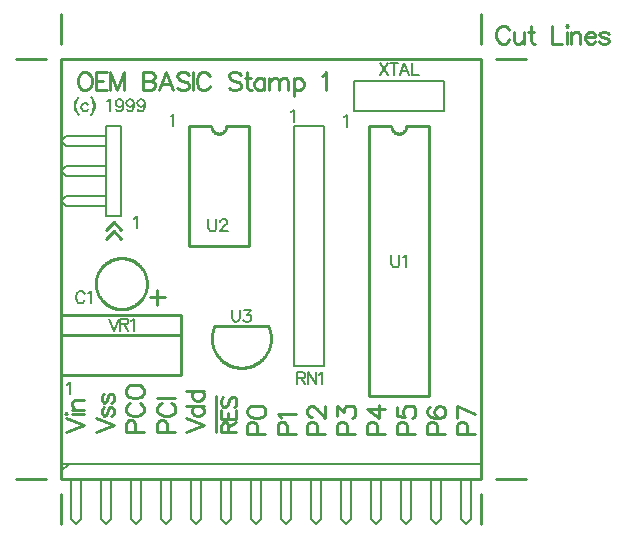
<source format=gto>
*%FSLAX24Y24*%
*%MOIN*%
G01*
%ADD11C,0.0020*%
%ADD12C,0.0060*%
%ADD13C,0.0073*%
%ADD14C,0.0080*%
%ADD15C,0.0090*%
%ADD16C,0.0100*%
%ADD17C,0.0120*%
%ADD18C,0.0200*%
%ADD19C,0.0260*%
%ADD20C,0.0380*%
%ADD21C,0.0450*%
%ADD22C,0.0500*%
%ADD23C,0.0530*%
%ADD24C,0.0550*%
%ADD25C,0.0580*%
%ADD26C,0.0660*%
%ADD27C,0.0700*%
%ADD28C,0.0750*%
%ADD29C,0.0780*%
%ADD30C,0.0830*%
%ADD31C,0.0950*%
%ADD32R,0.0700X0.0700*%
%ADD33R,0.0780X0.0780*%
G54D12*
X94170Y81704D02*
X94208Y81723D01*
X94265Y81780D01*
Y81380D01*
X91968Y76193D02*
X91930Y76174D01*
X91968Y76193D02*
X92025Y76250D01*
Y75850D01*
X99400Y85264D02*
X99438Y85283D01*
X99495Y85340D01*
Y84940D01*
X101180Y85094D02*
X101218Y85113D01*
X101275Y85170D01*
Y84770D01*
X95428Y85133D02*
X95390Y85114D01*
X95428Y85133D02*
X95485Y85190D01*
Y84790D01*
X92333Y85766D02*
X92295Y85728D01*
X92257Y85671D01*
X92219Y85595D01*
X92200Y85499D01*
Y85423D01*
X92219Y85328D01*
X92257Y85252D01*
X92295Y85195D01*
X92333Y85157D01*
X92257Y85652D02*
X92295Y85728D01*
X92257Y85652D02*
X92238Y85595D01*
X92219Y85499D01*
Y85423D01*
X92238Y85328D01*
X92257Y85271D01*
X92295Y85195D01*
X92638Y85499D02*
X92600Y85538D01*
X92562Y85557D01*
X92505D01*
X92467Y85538D01*
X92429Y85499D01*
X92409Y85442D01*
Y85404D01*
X92429Y85347D01*
X92467Y85309D01*
X92505Y85290D01*
X92562D01*
X92600Y85309D01*
X92638Y85347D01*
X92762Y85728D02*
X92724Y85766D01*
X92762Y85728D02*
X92800Y85671D01*
X92838Y85595D01*
X92857Y85499D01*
Y85423D01*
X92838Y85328D01*
X92800Y85252D01*
X92762Y85195D01*
X92724Y85157D01*
X92800Y85652D02*
X92762Y85728D01*
X92800Y85652D02*
X92819Y85595D01*
X92838Y85499D01*
Y85423D01*
X92819Y85328D01*
X92800Y85271D01*
X92762Y85195D01*
X93268Y85614D02*
X93306Y85633D01*
X93364Y85690D01*
Y85290D01*
X93790Y85499D02*
X93809Y85557D01*
X93790Y85499D02*
X93752Y85461D01*
X93695Y85442D01*
X93676D01*
X93619Y85461D01*
X93581Y85499D01*
X93562Y85557D01*
Y85576D01*
X93581Y85633D01*
X93619Y85671D01*
X93676Y85690D01*
X93695D01*
X93752Y85671D01*
X93790Y85633D01*
X93809Y85557D01*
Y85461D01*
X93790Y85366D01*
X93752Y85309D01*
X93695Y85290D01*
X93657D01*
X93600Y85309D01*
X93581Y85347D01*
X94146Y85499D02*
X94165Y85557D01*
X94146Y85499D02*
X94108Y85461D01*
X94051Y85442D01*
X94032D01*
X93975Y85461D01*
X93937Y85499D01*
X93918Y85557D01*
Y85576D01*
X93937Y85633D01*
X93975Y85671D01*
X94032Y85690D01*
X94051D01*
X94108Y85671D01*
X94146Y85633D01*
X94165Y85557D01*
Y85461D01*
X94146Y85366D01*
X94108Y85309D01*
X94051Y85290D01*
X94013D01*
X93956Y85309D01*
X93937Y85347D01*
X94502Y85499D02*
X94521Y85557D01*
X94502Y85499D02*
X94464Y85461D01*
X94407Y85442D01*
X94388D01*
X94331Y85461D01*
X94293Y85499D01*
X94274Y85557D01*
Y85576D01*
X94293Y85633D01*
X94331Y85671D01*
X94388Y85690D01*
X94407D01*
X94464Y85671D01*
X94502Y85633D01*
X94521Y85557D01*
Y85461D01*
X94502Y85366D01*
X94464Y85309D01*
X94407Y85290D01*
X94369D01*
X94312Y85309D01*
X94293Y85347D01*
G54D14*
X101500Y85290D02*
Y86290D01*
X104500D01*
Y85290D02*
X101500D01*
X104500D02*
Y86290D01*
X100500Y76790D02*
X99500D01*
Y84790D01*
X100500D01*
Y76790D01*
X93250Y82123D02*
X91917D01*
X91750Y82290D01*
X91917Y82457D01*
X93250D01*
Y83123D02*
X91917D01*
X91750Y83290D01*
X91917Y83457D01*
X93250D01*
Y84123D02*
X91917D01*
X91750Y84290D01*
X91917Y84457D01*
X93250D01*
X93750Y84790D02*
Y81790D01*
Y84790D02*
X93250D01*
Y81790D02*
X93750D01*
X93250D02*
Y84790D01*
X91750Y73540D02*
Y73040D01*
X105750D01*
Y73540D01*
X92083Y73040D02*
Y71707D01*
X92250Y71540D01*
X92417Y71707D01*
Y73040D01*
X93083D02*
Y71707D01*
X93250Y71540D01*
X93417Y71707D01*
Y73040D01*
X94083D02*
Y71707D01*
X94250Y71540D01*
X94417Y71707D01*
Y73040D01*
X95083D02*
Y71707D01*
X95250Y71540D01*
X95417Y71707D01*
Y73040D01*
X96083D02*
Y71707D01*
X96250Y71540D01*
X96417Y71707D01*
Y73040D01*
X97083D02*
Y71707D01*
X97250Y71540D01*
X97417Y71707D01*
Y73040D01*
X98083D02*
Y71707D01*
X98250Y71540D01*
X98417Y71707D01*
Y73040D01*
X99083D02*
Y71707D01*
X99250Y71540D01*
X99417Y71707D01*
Y73040D01*
X100083D02*
Y71707D01*
X100250Y71540D01*
X100417Y71707D01*
Y73040D01*
X101083D02*
Y71707D01*
X101250Y71540D01*
X101417Y71707D01*
Y73040D01*
X102083D02*
Y71707D01*
X102250Y71540D01*
X102417Y71707D01*
Y73040D01*
X103083D02*
Y71707D01*
X103250Y71540D01*
X103417Y71707D01*
Y73040D01*
X104083D02*
Y71707D01*
X104250Y71540D01*
X104417Y71707D01*
Y73040D01*
X105083D02*
Y71707D01*
X105250Y71540D01*
X105417Y71707D01*
Y73040D01*
X92500Y73540D02*
X91750D01*
Y73290D02*
X92000Y73540D01*
X92500D02*
X105750D01*
X93502Y77970D02*
X93350Y78370D01*
X93655D02*
X93502Y77970D01*
X93706D02*
Y78370D01*
X93878D01*
X93935Y78351D01*
X93954Y78332D01*
X93973Y78294D01*
Y78255D01*
X93954Y78217D01*
X93935Y78198D01*
X93878Y78179D01*
X93706D01*
X93839D02*
X93973Y77970D01*
X94062Y78294D02*
X94100Y78313D01*
X94157Y78370D01*
Y77970D01*
X96650Y81404D02*
Y81690D01*
Y81404D02*
X96669Y81347D01*
X96707Y81309D01*
X96764Y81290D01*
X96802D01*
X96859Y81309D01*
X96898Y81347D01*
X96917Y81404D01*
Y81690D01*
X97046Y81614D02*
Y81595D01*
Y81614D02*
X97065Y81652D01*
X97084Y81671D01*
X97122Y81690D01*
X97198D01*
X97237Y81671D01*
X97256Y81652D01*
X97275Y81614D01*
Y81575D01*
X97256Y81537D01*
X97218Y81480D01*
X97027Y81290D01*
X97294D01*
X102627Y86480D02*
X102360Y86880D01*
X102627D02*
X102360Y86480D01*
X102849D02*
Y86880D01*
X102716D02*
X102983D01*
X103183D02*
X103335Y86480D01*
X103030D02*
X103183Y86880D01*
X103087Y86613D02*
X103278D01*
X103428Y86480D02*
Y86880D01*
Y86480D02*
X103657D01*
X97435Y78665D02*
Y78379D01*
X97454Y78322D01*
X97492Y78284D01*
X97549Y78265D01*
X97587D01*
X97645Y78284D01*
X97683Y78322D01*
X97702Y78379D01*
Y78665D01*
X97850D02*
X98060D01*
X97945Y78512D01*
X98003D01*
X98041Y78493D01*
X98060Y78474D01*
X98079Y78417D01*
Y78379D01*
X98060Y78322D01*
X98022Y78284D01*
X97965Y78265D01*
X97907D01*
X97850Y78284D01*
X97831Y78303D01*
X97812Y78341D01*
X99610Y76580D02*
Y76180D01*
Y76580D02*
X99781D01*
X99839Y76561D01*
X99858Y76542D01*
X99877Y76504D01*
Y76465D01*
X99858Y76427D01*
X99839Y76408D01*
X99781Y76389D01*
X99610D01*
X99743D02*
X99877Y76180D01*
X99966D02*
Y76580D01*
X100233Y76180D01*
Y76580D01*
X100343Y76504D02*
X100381Y76523D01*
X100438Y76580D01*
Y76180D01*
X92526Y79195D02*
X92507Y79233D01*
X92469Y79271D01*
X92430Y79290D01*
X92354D01*
X92316Y79271D01*
X92278Y79233D01*
X92259Y79195D01*
X92240Y79137D01*
Y79042D01*
X92259Y78985D01*
X92278Y78947D01*
X92316Y78909D01*
X92354Y78890D01*
X92430D01*
X92469Y78909D01*
X92507Y78947D01*
X92526Y78985D01*
X92638Y79214D02*
X92676Y79233D01*
X92733Y79290D01*
Y78890D01*
X102750Y80204D02*
Y80490D01*
Y80204D02*
X102769Y80147D01*
X102807Y80109D01*
X102864Y80090D01*
X102902D01*
X102959Y80109D01*
X102998Y80147D01*
X103017Y80204D01*
Y80490D01*
X103127Y80414D02*
X103165Y80433D01*
X103222Y80490D01*
Y80090D01*
G54D15*
X97580Y74590D02*
X97080D01*
Y74804D01*
X97104Y74876D01*
X97128Y74899D01*
X97175Y74923D01*
X97223D01*
X97271Y74899D01*
X97294Y74876D01*
X97318Y74804D01*
Y74590D01*
Y74757D02*
X97580Y74923D01*
X97080Y75035D02*
Y75345D01*
Y75035D02*
X97580D01*
Y75345D01*
X97318Y75226D02*
Y75035D01*
X97104Y75714D02*
X97152Y75761D01*
X97104Y75714D02*
X97080Y75642D01*
Y75547D01*
X97104Y75476D01*
X97152Y75428D01*
X97199D01*
X97247Y75452D01*
X97271Y75476D01*
X97294Y75523D01*
X97342Y75666D01*
X97366Y75714D01*
X97390Y75737D01*
X97437Y75761D01*
X97509D01*
X97556Y75714D01*
X97580Y75642D01*
Y75547D01*
X97556Y75476D01*
X97509Y75428D01*
G54D16*
X96900Y75780D02*
Y74580D01*
X96000Y80790D02*
Y84790D01*
Y80790D02*
X98000D01*
Y84790D01*
X97250D01*
X96750D02*
X96000D01*
X95750Y78490D02*
Y76490D01*
X91750D01*
Y77840D02*
X95750D01*
X91750Y78490D02*
Y76490D01*
Y78490D02*
X95750D01*
X96850Y78120D02*
X98650D01*
X105750Y87540D02*
Y88540D01*
X106250Y87040D02*
X107250D01*
X95200Y79090D02*
X94700D01*
X94950Y78840D02*
Y79340D01*
X106250Y73040D02*
X107250D01*
X105750Y72540D02*
Y71540D01*
X91250Y73040D02*
X90250D01*
X91750Y72540D02*
Y71540D01*
Y87540D02*
Y88540D01*
X91250Y87040D02*
X90250D01*
X91750D02*
Y73040D01*
Y87040D02*
X105750D01*
Y73040D01*
X91750D01*
X93250Y81340D02*
X93500Y81590D01*
X93750Y81340D01*
X93500Y81290D02*
X93250Y81040D01*
X93500Y81290D02*
X93750Y81040D01*
X102000Y84790D02*
Y75790D01*
X104000D01*
Y84790D01*
X103250D01*
X102750D02*
X102000D01*
X105264Y74797D02*
Y74540D01*
Y74797D02*
X105236Y74883D01*
X105207Y74911D01*
X105150Y74940D01*
X105064D01*
X105007Y74911D01*
X104979Y74883D01*
X104950Y74797D01*
Y74540D01*
X105550D01*
Y75188D02*
X104950Y75474D01*
Y75074D01*
X98264Y74797D02*
Y74540D01*
Y74797D02*
X98236Y74883D01*
X98207Y74911D01*
X98150Y74940D01*
X98064D01*
X98007Y74911D01*
X97979Y74883D01*
X97950Y74797D01*
Y74540D01*
X98550D01*
X97979Y75160D02*
X97950Y75246D01*
X97979Y75160D02*
X98064Y75103D01*
X98207Y75074D01*
X98293D01*
X98436Y75103D01*
X98521Y75160D01*
X98550Y75246D01*
Y75303D01*
X98521Y75388D01*
X98436Y75446D01*
X98293Y75474D01*
X98207D01*
X98064Y75446D01*
X97979Y75388D01*
X97950Y75303D01*
Y75246D01*
X106678Y87997D02*
X106650Y88054D01*
X106593Y88111D01*
X106536Y88140D01*
X106421D01*
X106364Y88111D01*
X106307Y88054D01*
X106279Y87997D01*
X106250Y87911D01*
Y87769D01*
X106279Y87683D01*
X106307Y87626D01*
X106364Y87569D01*
X106421Y87540D01*
X106536D01*
X106593Y87569D01*
X106650Y87626D01*
X106678Y87683D01*
X106847Y87654D02*
Y87940D01*
Y87654D02*
X106876Y87569D01*
X106933Y87540D01*
X107018D01*
X107076Y87569D01*
X107161Y87654D01*
Y87540D02*
Y87940D01*
X107404Y88140D02*
Y87654D01*
X107433Y87569D01*
X107490Y87540D01*
X107547D01*
X107518Y87940D02*
X107318D01*
X108104Y88140D02*
Y87540D01*
X108447D01*
X108598Y88111D02*
X108570Y88140D01*
X108598Y88111D02*
X108627Y88140D01*
X108598Y88168D01*
X108570Y88140D01*
X108598Y87940D02*
Y87540D01*
X108732D02*
Y87940D01*
X108818Y87911D02*
X108732Y87826D01*
X108818Y87911D02*
X108875Y87940D01*
X108961D01*
X109018Y87911D01*
X109047Y87826D01*
Y87540D01*
X109204Y87769D02*
X109546D01*
Y87826D01*
X109518Y87883D01*
X109489Y87911D01*
X109432Y87940D01*
X109346D01*
X109289Y87911D01*
X109232Y87854D01*
X109204Y87769D01*
Y87711D01*
X109232Y87626D01*
X109289Y87569D01*
X109346Y87540D01*
X109432D01*
X109489Y87569D01*
X109546Y87626D01*
X109989Y87854D02*
X109961Y87911D01*
X109875Y87940D01*
X109789D01*
X109704Y87911D01*
X109675Y87854D01*
X109704Y87797D01*
X109761Y87769D01*
X109904Y87740D01*
X109961Y87711D01*
X109989Y87654D01*
Y87626D01*
X109961Y87569D01*
X109875Y87540D01*
X109789D01*
X109704Y87569D01*
X109675Y87626D01*
X95264Y74847D02*
Y74590D01*
Y74847D02*
X95236Y74933D01*
X95207Y74961D01*
X95150Y74990D01*
X95064D01*
X95007Y74961D01*
X94979Y74933D01*
X94950Y74847D01*
Y74590D01*
X95550D01*
X95093Y75553D02*
X95036Y75524D01*
X94979Y75467D01*
X94950Y75410D01*
Y75296D01*
X94979Y75238D01*
X95036Y75181D01*
X95093Y75153D01*
X95179Y75124D01*
X95321D01*
X95407Y75153D01*
X95464Y75181D01*
X95521Y75238D01*
X95550Y75296D01*
Y75410D01*
X95521Y75467D01*
X95464Y75524D01*
X95407Y75553D01*
X95550Y75721D02*
X94950D01*
X94214Y74847D02*
Y74590D01*
Y74847D02*
X94186Y74933D01*
X94157Y74961D01*
X94100Y74990D01*
X94014D01*
X93957Y74961D01*
X93929Y74933D01*
X93900Y74847D01*
Y74590D01*
X94500D01*
X94043Y75553D02*
X93986Y75524D01*
X93929Y75467D01*
X93900Y75410D01*
Y75296D01*
X93929Y75238D01*
X93986Y75181D01*
X94043Y75153D01*
X94129Y75124D01*
X94271D01*
X94357Y75153D01*
X94414Y75181D01*
X94471Y75238D01*
X94500Y75296D01*
Y75410D01*
X94471Y75467D01*
X94414Y75524D01*
X94357Y75553D01*
X93929Y75835D02*
X93900Y75893D01*
X93929Y75835D02*
X93986Y75778D01*
X94043Y75750D01*
X94129Y75721D01*
X94271D01*
X94357Y75750D01*
X94414Y75778D01*
X94471Y75835D01*
X94500Y75893D01*
Y76007D01*
X94471Y76064D01*
X94414Y76121D01*
X94357Y76150D01*
X94271Y76178D01*
X94129D01*
X94043Y76150D01*
X93986Y76121D01*
X93929Y76064D01*
X93900Y76007D01*
Y75893D01*
X93500Y74819D02*
X92900Y74590D01*
Y75047D02*
X93500Y74819D01*
X93186Y75438D02*
X93129Y75410D01*
X93100Y75324D01*
Y75238D01*
X93129Y75153D01*
X93186Y75124D01*
X93243Y75153D01*
X93271Y75210D01*
X93300Y75353D01*
X93329Y75410D01*
X93386Y75438D01*
X93414D01*
X93471Y75410D01*
X93500Y75324D01*
Y75238D01*
X93471Y75153D01*
X93414Y75124D01*
X93129Y75850D02*
X93186Y75878D01*
X93129Y75850D02*
X93100Y75764D01*
Y75678D01*
X93129Y75593D01*
X93186Y75564D01*
X93243Y75593D01*
X93271Y75650D01*
X93300Y75793D01*
X93329Y75850D01*
X93386Y75878D01*
X93414D01*
X93471Y75850D01*
X93500Y75764D01*
Y75678D01*
X93471Y75593D01*
X93414Y75564D01*
X92500Y74819D02*
X91900Y74590D01*
Y75047D02*
X92500Y74819D01*
X91929Y75210D02*
X91900Y75181D01*
X91929Y75210D02*
X91900Y75238D01*
X91872Y75210D01*
X91900Y75181D01*
X92100Y75210D02*
X92500D01*
Y75344D02*
X92100D01*
X92129Y75430D02*
X92214Y75344D01*
X92129Y75430D02*
X92100Y75487D01*
Y75573D01*
X92129Y75630D01*
X92214Y75658D01*
X92500D01*
X99273Y74788D02*
Y74531D01*
Y74788D02*
X99245Y74874D01*
X99216Y74903D01*
X99159Y74931D01*
X99073D01*
X99016Y74903D01*
X98987Y74874D01*
X98959Y74788D01*
Y74531D01*
X99559D01*
X99073Y75065D02*
X99045Y75123D01*
X98959Y75208D01*
X99559D01*
X100264Y74797D02*
Y74540D01*
Y74797D02*
X100236Y74883D01*
X100207Y74911D01*
X100150Y74940D01*
X100064D01*
X100007Y74911D01*
X99979Y74883D01*
X99950Y74797D01*
Y74540D01*
X100550D01*
X100093Y75103D02*
X100064D01*
X100007Y75131D01*
X99979Y75160D01*
X99950Y75217D01*
Y75331D01*
X99979Y75388D01*
X100007Y75417D01*
X100064Y75446D01*
X100122D01*
X100179Y75417D01*
X100264Y75360D01*
X100550Y75074D01*
Y75474D01*
X101264Y74797D02*
Y74540D01*
Y74797D02*
X101236Y74883D01*
X101207Y74911D01*
X101150Y74940D01*
X101064D01*
X101007Y74911D01*
X100979Y74883D01*
X100950Y74797D01*
Y74540D01*
X101550D01*
X100950Y75131D02*
Y75446D01*
X101179Y75274D01*
Y75360D01*
X101207Y75417D01*
X101236Y75446D01*
X101321Y75474D01*
X101379D01*
X101464Y75446D01*
X101521Y75388D01*
X101550Y75303D01*
Y75217D01*
X101521Y75131D01*
X101493Y75103D01*
X101436Y75074D01*
X102264Y74797D02*
Y74540D01*
Y74797D02*
X102236Y74883D01*
X102207Y74911D01*
X102150Y74940D01*
X102064D01*
X102007Y74911D01*
X101979Y74883D01*
X101950Y74797D01*
Y74540D01*
X102550D01*
X102350Y75074D02*
X101950Y75360D01*
X102350Y75503D02*
Y75074D01*
X102550Y75360D02*
X101950D01*
X103264Y74797D02*
Y74540D01*
Y74797D02*
X103236Y74883D01*
X103207Y74911D01*
X103150Y74940D01*
X103064D01*
X103007Y74911D01*
X102979Y74883D01*
X102950Y74797D01*
Y74540D01*
X103550D01*
X102950Y75131D02*
Y75417D01*
Y75131D02*
X103207Y75103D01*
X103179Y75131D01*
X103150Y75217D01*
Y75303D01*
X103179Y75388D01*
X103236Y75446D01*
X103321Y75474D01*
X103379D01*
X103464Y75446D01*
X103521Y75388D01*
X103550Y75303D01*
Y75217D01*
X103521Y75131D01*
X103493Y75103D01*
X103436Y75074D01*
X104264Y74797D02*
Y74540D01*
Y74797D02*
X104236Y74883D01*
X104207Y74911D01*
X104150Y74940D01*
X104064D01*
X104007Y74911D01*
X103979Y74883D01*
X103950Y74797D01*
Y74540D01*
X104550D01*
X104036Y75417D02*
X103979Y75388D01*
X103950Y75303D01*
Y75246D01*
X103979Y75160D01*
X104064Y75103D01*
X104207Y75074D01*
X104350D01*
X104464Y75103D01*
X104521Y75160D01*
X104550Y75246D01*
Y75274D01*
X104521Y75360D01*
X104464Y75417D01*
X104379Y75446D01*
X104350D01*
X104264Y75417D01*
X104207Y75360D01*
X104179Y75274D01*
Y75246D01*
X104207Y75160D01*
X104264Y75103D01*
X104350Y75074D01*
X92471Y86590D02*
X92414Y86561D01*
X92357Y86504D01*
X92329Y86447D01*
X92300Y86361D01*
Y86219D01*
X92329Y86133D01*
X92357Y86076D01*
X92414Y86019D01*
X92471Y85990D01*
X92586D01*
X92643Y86019D01*
X92700Y86076D01*
X92728Y86133D01*
X92757Y86219D01*
Y86361D01*
X92728Y86447D01*
X92700Y86504D01*
X92643Y86561D01*
X92586Y86590D01*
X92471D01*
X92897D02*
X93268D01*
X92897D02*
Y85990D01*
X93268D01*
X93126Y86304D02*
X92897D01*
X93368Y86590D02*
Y85990D01*
X93597D02*
X93368Y86590D01*
X93825D02*
X93597Y85990D01*
X93825D02*
Y86590D01*
X94468D02*
Y85990D01*
Y86590D02*
X94725D01*
X94811Y86561D01*
X94839Y86533D01*
X94868Y86476D01*
Y86418D01*
X94839Y86361D01*
X94811Y86333D01*
X94725Y86304D01*
X94468D01*
X94725D02*
X94811Y86276D01*
X94839Y86247D01*
X94868Y86190D01*
Y86104D01*
X94839Y86047D01*
X94811Y86019D01*
X94725Y85990D01*
X94468D01*
X95231Y86590D02*
X95459Y85990D01*
X95002D02*
X95231Y86590D01*
X95088Y86190D02*
X95374D01*
X95942Y86561D02*
X95999Y86504D01*
X95942Y86561D02*
X95856Y86590D01*
X95742D01*
X95656Y86561D01*
X95599Y86504D01*
Y86447D01*
X95628Y86390D01*
X95656Y86361D01*
X95714Y86333D01*
X95885Y86276D01*
X95942Y86247D01*
X95971Y86219D01*
X95999Y86161D01*
Y86076D01*
X95942Y86019D01*
X95856Y85990D01*
X95742D01*
X95656Y86019D01*
X95599Y86076D01*
X96133Y85990D02*
Y86590D01*
X96659Y86504D02*
X96688Y86447D01*
X96659Y86504D02*
X96602Y86561D01*
X96545Y86590D01*
X96431D01*
X96373Y86561D01*
X96316Y86504D01*
X96288Y86447D01*
X96259Y86361D01*
Y86219D01*
X96288Y86133D01*
X96316Y86076D01*
X96373Y86019D01*
X96431Y85990D01*
X96545D01*
X96602Y86019D01*
X96659Y86076D01*
X96688Y86133D01*
X97670Y86561D02*
X97727Y86504D01*
X97670Y86561D02*
X97585Y86590D01*
X97470D01*
X97385Y86561D01*
X97327Y86504D01*
Y86447D01*
X97356Y86390D01*
X97385Y86361D01*
X97442Y86333D01*
X97613Y86276D01*
X97670Y86247D01*
X97699Y86219D01*
X97727Y86161D01*
Y86076D01*
X97670Y86019D01*
X97585Y85990D01*
X97470D01*
X97385Y86019D01*
X97327Y86076D01*
X97947Y86104D02*
Y86590D01*
Y86104D02*
X97976Y86019D01*
X98033Y85990D01*
X98090D01*
X98062Y86390D02*
X97862D01*
X98519D02*
Y85990D01*
Y86304D02*
X98462Y86361D01*
X98404Y86390D01*
X98319D01*
X98262Y86361D01*
X98204Y86304D01*
X98176Y86219D01*
Y86161D01*
X98204Y86076D01*
X98262Y86019D01*
X98319Y85990D01*
X98404D01*
X98462Y86019D01*
X98519Y86076D01*
X98679Y85990D02*
Y86390D01*
X98764Y86361D02*
X98679Y86276D01*
X98764Y86361D02*
X98821Y86390D01*
X98907D01*
X98964Y86361D01*
X98993Y86276D01*
Y85990D01*
Y86276D02*
X99079Y86361D01*
X99136Y86390D01*
X99221D01*
X99279Y86361D01*
X99307Y86276D01*
Y85990D01*
X99496Y85790D02*
Y86390D01*
X99553Y86361D02*
X99496Y86304D01*
X99553Y86361D02*
X99610Y86390D01*
X99696D01*
X99753Y86361D01*
X99810Y86304D01*
X99838Y86219D01*
Y86161D01*
X99810Y86076D01*
X99753Y86019D01*
X99696Y85990D01*
X99610D01*
X99553Y86019D01*
X99496Y86076D01*
X100438Y86476D02*
X100495Y86504D01*
X100581Y86590D01*
Y85990D01*
X96500Y74819D02*
X95900Y74590D01*
Y75047D02*
X96500Y74819D01*
Y75467D02*
X95900D01*
X96129Y75410D02*
X96186Y75467D01*
X96129Y75410D02*
X96100Y75353D01*
Y75267D01*
X96129Y75210D01*
X96186Y75153D01*
X96271Y75124D01*
X96329D01*
X96414Y75153D01*
X96471Y75210D01*
X96500Y75267D01*
Y75353D01*
X96471Y75410D01*
X96414Y75467D01*
X96500Y75970D02*
X95900D01*
X96129Y75913D02*
X96186Y75970D01*
X96129Y75913D02*
X96100Y75855D01*
Y75770D01*
X96129Y75713D01*
X96186Y75655D01*
X96271Y75627D01*
X96329D01*
X96414Y75655D01*
X96471Y75713D01*
X96500Y75770D01*
Y75855D01*
X96471Y75913D01*
X96414Y75970D01*
X96750Y84790D02*
X96752Y84757D01*
X96759Y84725D01*
X96769Y84694D01*
X96783Y84665D01*
X96802Y84638D01*
X96823Y84613D01*
X96848Y84592D01*
X96875Y84573D01*
X96904Y84559D01*
X96935Y84549D01*
X96967Y84542D01*
X97000Y84540D01*
X97033Y84542D01*
X97065Y84549D01*
X97096Y84559D01*
X97125Y84573D01*
X97152Y84592D01*
X97177Y84613D01*
X97198Y84638D01*
X97217Y84665D01*
X97231Y84694D01*
X97241Y84725D01*
X97248Y84757D01*
X97250Y84790D01*
X96850Y78120D02*
X96837Y78089D01*
X96825Y78058D01*
X96814Y78026D01*
X96804Y77994D01*
X96795Y77962D01*
X96788Y77929D01*
X96781Y77897D01*
X96776Y77863D01*
X96771Y77830D01*
X96768Y77797D01*
X96766Y77764D01*
X96765Y77730D01*
X96765Y77697D01*
X96767Y77663D01*
X96769Y77630D01*
X96773Y77596D01*
X96778Y77563D01*
X96784Y77530D01*
X96791Y77498D01*
X96799Y77465D01*
X96808Y77433D01*
X96818Y77401D01*
X96830Y77370D01*
X96842Y77338D01*
X96855Y77308D01*
X96870Y77278D01*
X96886Y77248D01*
X96902Y77219D01*
X96920Y77190D01*
X96938Y77162D01*
X96958Y77135D01*
X96978Y77109D01*
X96999Y77083D01*
X97021Y77058D01*
X97044Y77033D01*
X97068Y77010D01*
X97092Y76987D01*
X97118Y76965D01*
X97144Y76944D01*
X97171Y76924D01*
X97198Y76904D01*
X97226Y76886D01*
X97255Y76869D01*
X97284Y76852D01*
X97314Y76837D01*
X97344Y76823D01*
X97375Y76809D01*
X97406Y76797D01*
X97437Y76786D01*
X97469Y76776D01*
X97502Y76767D01*
X97534Y76759D01*
X97567Y76752D01*
X97600Y76747D01*
X97633Y76742D01*
X97666Y76739D01*
X97700Y76736D01*
X97733Y76735D01*
X97767D01*
X97800Y76736D01*
X97834Y76739D01*
X97867Y76742D01*
X97900Y76747D01*
X97933Y76752D01*
X97966Y76759D01*
X97998Y76767D01*
X98031Y76776D01*
X98063Y76786D01*
X98094Y76797D01*
X98125Y76809D01*
X98156Y76823D01*
X98186Y76837D01*
X98216Y76852D01*
X98245Y76869D01*
X98274Y76886D01*
X98302Y76904D01*
X98329Y76924D01*
X98356Y76944D01*
X98382Y76965D01*
X98408Y76987D01*
X98432Y77010D01*
X98456Y77033D01*
X98479Y77058D01*
X98501Y77083D01*
X98522Y77109D01*
X98542Y77135D01*
X98562Y77162D01*
X98580Y77190D01*
X98598Y77219D01*
X98614Y77248D01*
X98630Y77278D01*
X98645Y77308D01*
X98658Y77338D01*
X98670Y77370D01*
X98682Y77401D01*
X98692Y77433D01*
X98701Y77465D01*
X98709Y77498D01*
X98716Y77530D01*
X98722Y77563D01*
X98727Y77596D01*
X98731Y77630D01*
X98733Y77663D01*
X98735Y77697D01*
X98735Y77730D01*
X98734Y77764D01*
X98732Y77797D01*
X98729Y77830D01*
X98724Y77863D01*
X98719Y77897D01*
X98712Y77929D01*
X98705Y77962D01*
X98696Y77994D01*
X98686Y78026D01*
X98675Y78058D01*
X98663Y78089D01*
X98650Y78120D01*
X94600Y79540D02*
X94599Y79506D01*
X94597Y79473D01*
X94594Y79439D01*
X94589Y79406D01*
X94583Y79373D01*
X94576Y79340D01*
X94568Y79308D01*
X94558Y79276D01*
X94547Y79244D01*
X94534Y79213D01*
X94521Y79182D01*
X94506Y79152D01*
X94490Y79122D01*
X94473Y79093D01*
X94455Y79065D01*
X94436Y79038D01*
X94415Y79011D01*
X94394Y78985D01*
X94371Y78960D01*
X94348Y78936D01*
X94324Y78913D01*
X94299Y78891D01*
X94272Y78869D01*
X94246Y78849D01*
X94218Y78830D01*
X94189Y78812D01*
X94160Y78796D01*
X94131Y78780D01*
X94100Y78766D01*
X94069Y78752D01*
X94038Y78740D01*
X94006Y78730D01*
X93974Y78720D01*
X93941Y78712D01*
X93909Y78705D01*
X93875Y78699D01*
X93842Y78695D01*
X93809Y78692D01*
X93775Y78690D01*
X93742Y78690D01*
X93708Y78691D01*
X93675Y78693D01*
X93641Y78697D01*
X93608Y78702D01*
X93575Y78708D01*
X93542Y78716D01*
X93510Y78725D01*
X93478Y78735D01*
X93446Y78746D01*
X93415Y78759D01*
X93384Y78773D01*
X93354Y78788D01*
X93325Y78804D01*
X93296Y78821D01*
X93268Y78840D01*
X93241Y78859D01*
X93214Y78880D01*
X93189Y78902D01*
X93164Y78924D01*
X93140Y78948D01*
X93117Y78972D01*
X93095Y78998D01*
X93074Y79024D01*
X93055Y79051D01*
X93036Y79079D01*
X93018Y79108D01*
X93002Y79137D01*
X92986Y79167D01*
X92972Y79197D01*
X92959Y79228D01*
X92948Y79260D01*
X92937Y79292D01*
X92928Y79324D01*
X92920Y79357D01*
X92913Y79390D01*
X92908Y79423D01*
X92904Y79456D01*
X92901Y79490D01*
X92900Y79523D01*
Y79557D01*
X92901Y79590D01*
X92904Y79624D01*
X92908Y79657D01*
X92913Y79690D01*
X92920Y79723D01*
X92928Y79756D01*
X92937Y79788D01*
X92948Y79820D01*
X92959Y79852D01*
X92972Y79883D01*
X92986Y79913D01*
X93002Y79943D01*
X93018Y79972D01*
X93036Y80001D01*
X93055Y80029D01*
X93074Y80056D01*
X93095Y80082D01*
X93117Y80108D01*
X93140Y80132D01*
X93164Y80156D01*
X93189Y80178D01*
X93214Y80200D01*
X93241Y80221D01*
X93268Y80240D01*
X93296Y80259D01*
X93325Y80276D01*
X93354Y80292D01*
X93384Y80307D01*
X93415Y80321D01*
X93446Y80334D01*
X93478Y80345D01*
X93510Y80355D01*
X93542Y80364D01*
X93575Y80372D01*
X93608Y80378D01*
X93641Y80383D01*
X93675Y80387D01*
X93708Y80389D01*
X93742Y80390D01*
X93775Y80390D01*
X93809Y80388D01*
X93842Y80385D01*
X93875Y80381D01*
X93909Y80375D01*
X93941Y80368D01*
X93974Y80360D01*
X94006Y80350D01*
X94038Y80340D01*
X94069Y80328D01*
X94100Y80314D01*
X94131Y80300D01*
X94160Y80284D01*
X94189Y80268D01*
X94218Y80250D01*
X94246Y80231D01*
X94272Y80211D01*
X94299Y80189D01*
X94324Y80167D01*
X94348Y80144D01*
X94371Y80120D01*
X94394Y80095D01*
X94415Y80069D01*
X94436Y80042D01*
X94455Y80015D01*
X94473Y79987D01*
X94490Y79958D01*
X94506Y79928D01*
X94521Y79898D01*
X94534Y79867D01*
X94547Y79836D01*
X94558Y79804D01*
X94568Y79772D01*
X94576Y79740D01*
X94583Y79707D01*
X94589Y79674D01*
X94594Y79641D01*
X94597Y79607D01*
X94599Y79574D01*
X94600Y79540D01*
X102750Y84790D02*
X102752Y84757D01*
X102759Y84725D01*
X102769Y84694D01*
X102783Y84665D01*
X102802Y84638D01*
X102823Y84613D01*
X102848Y84592D01*
X102875Y84573D01*
X102904Y84559D01*
X102935Y84549D01*
X102967Y84542D01*
X103000Y84540D01*
X103033Y84542D01*
X103065Y84549D01*
X103096Y84559D01*
X103125Y84573D01*
X103152Y84592D01*
X103177Y84613D01*
X103198Y84638D01*
X103217Y84665D01*
X103231Y84694D01*
X103241Y84725D01*
X103248Y84757D01*
X103250Y84790D01*
D02*
M02*

</source>
